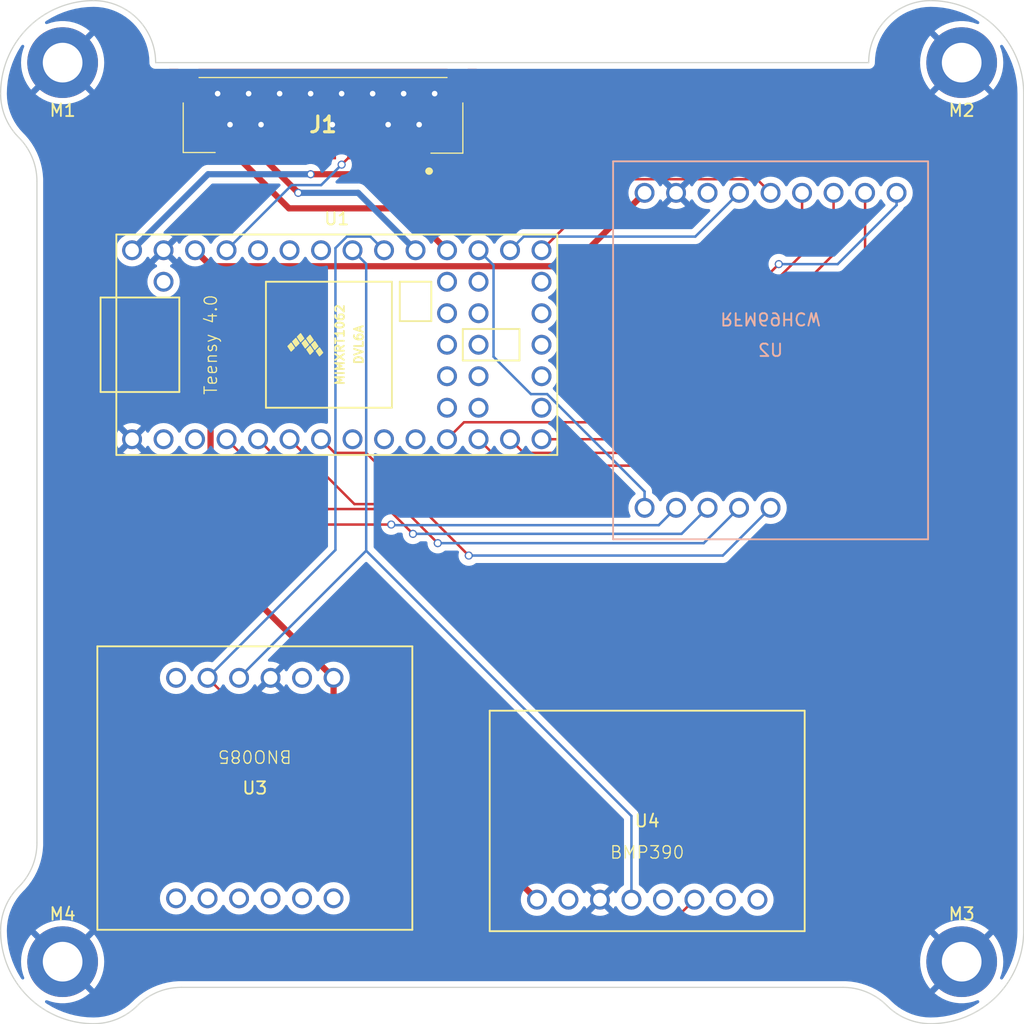
<source format=kicad_pcb>
(kicad_pcb (version 20221018) (generator pcbnew)
  (layers (0 "F.Cu" signal) (31 "B.Cu" signal) (34 "B.Paste" user) (35 "F.Paste" user) (36 "B.SilkS" user "B.Silkscreen") (37 "F.SilkS" user "F.Silkscreen") (38 "B.Mask" user) (39 "F.Mask" user) (44 "Edge.Cuts" user))
  (net 0 "")
  (net 1 "GND")
  (net 3 "+5V")
  (net 5 "CHARGER_INT")
  (net 8 "REMOTE_SDA")
  (net 9 "REMOTE_SCL")
  (net 13 "/GPIO_2")
  (net 14 "/GPIO_3")
  (net 15 "/GPIO_4")
  (net 16 "/GPIO_5")
  (net 19 "/RADIO_RESET")
  (net 20 "/CS")
  (net 21 "/MOSI")
  (net 22 "/MISO")
  (net 28 "/SCK")
  (net 29 "/GPIO_0")
  (net 30 "/GPIO_1")
  (net 31 "LOCAL_SDA")
  (net 32 "LOCAL_SCL")
  (net 36 "+3V3")
  (footprint "MountingHole:MountingHole_3.2mm_M3_ISO7380_Pad_TopBottom" (layer "F.Cu") (at 105 145)
    (fp_text reference "M4" (at 0 -3.85) (layer "F.SilkS"))
    (fp_text value "~")
    (pad "1" thru_hole circle (at 0 0) (size 3.6 3.6) (drill 3.2) (layers "*.Cu" "*.Mask") (net 1 "GND"))
    (pad "1" connect circle (at 0 0) (size 5.7 5.7) (layers "F.Cu" "F.Mask") (net 1 "GND"))
    (pad "1" connect circle (at 0 0) (size 5.7 5.7) (layers "B.Cu" "B.Mask") (net 1 "GND"))
  )
  (footprint "MountingHole:MountingHole_3.2mm_M3_ISO7380_Pad_TopBottom" (layer "F.Cu") (at 105 72.5 180)
    (fp_text reference "M1" (at 0 -3.85) (layer "F.SilkS"))
    (fp_text value "~")
    (pad "1" thru_hole circle (at 0 0 180) (size 3.6 3.6) (drill 3.2) (layers "*.Cu" "*.Mask") (net 1 "GND"))
    (pad "1" connect circle (at 0 0 180) (size 5.7 5.7) (layers "F.Cu" "F.Mask") (net 1 "GND"))
    (pad "1" connect circle (at 0 0 180) (size 5.7 5.7) (layers "B.Cu" "B.Mask") (net 1 "GND"))
  )
  (footprint "footprints:BMP390_Adafruit_Breakout" (layer "F.Cu") (at 152.14 133.65)
    (fp_text reference "U4" (at 0 0) (layer "F.SilkS"))
    (fp_text value "BMP390_Adafruit_Breakout")
    (fp_text user "BMP390" (at 0 2.54 unlocked) (layer "F.SilkS") (effects (font (thickness 0.1))))
    (fp_line (start -12.7 -8.89) (end 12.7 -8.89) (stroke (width 0.15)) (layer "F.SilkS"))
    (fp_line (start -12.7 8.89) (end -12.7 -8.89) (stroke (width 0.15)) (layer "F.SilkS"))
    (fp_line (start 12.7 -8.89) (end 12.7 8.89) (stroke (width 0.15)) (layer "F.SilkS"))
    (fp_line (start 12.7 8.89) (end -12.7 8.89) (stroke (width 0.15)) (layer "F.SilkS"))
    (pad "1" thru_hole circle (at -8.89 6.35) (size 1.6 1.6) (drill 1.1) (layers "*.Cu" "*.Mask") (net 36 "+3V3"))
    (pad "2" thru_hole circle (at -6.35 6.35) (size 1.6 1.6) (drill 1.1) (layers "*.Cu" "*.Mask"))
    (pad "3" thru_hole circle (at -3.81 6.35) (size 1.6 1.6) (drill 1.1) (layers "*.Cu" "*.Mask") (net 1 "GND"))
    (pad "4" thru_hole circle (at -1.27 6.35) (size 1.6 1.6) (drill 1.1) (layers "*.Cu" "*.Mask") (net 32 "LOCAL_SCL"))
    (pad "5" thru_hole circle (at 1.27 6.35) (size 1.6 1.6) (drill 1.1) (layers "*.Cu" "*.Mask"))
    (pad "6" thru_hole circle (at 3.81 6.35) (size 1.6 1.6) (drill 1.1) (layers "*.Cu" "*.Mask") (net 31 "LOCAL_SDA"))
    (pad "7" thru_hole circle (at 6.35 6.35) (size 1.6 1.6) (drill 1.1) (layers "*.Cu" "*.Mask"))
    (pad "8" thru_hole circle (at 8.89 6.35) (size 1.6 1.6) (drill 1.1) (layers "*.Cu" "*.Mask"))
  )
  (footprint "MountingHole:MountingHole_3.2mm_M3_ISO7380_Pad_TopBottom" (layer "F.Cu") (at 177.5 145)
    (fp_text reference "M3" (at 0 -3.85) (layer "F.SilkS"))
    (fp_text value "~")
    (pad "1" thru_hole circle (at 0 0) (size 3.6 3.6) (drill 3.2) (layers "*.Cu" "*.Mask") (net 1 "GND"))
    (pad "1" connect circle (at 0 0) (size 5.7 5.7) (layers "F.Cu" "F.Mask") (net 1 "GND"))
    (pad "1" connect circle (at 0 0) (size 5.7 5.7) (layers "B.Cu" "B.Mask") (net 1 "GND"))
  )
  (footprint "footprints:BNO085_Adafruit_Breakout" (layer "F.Cu") (at 120.5 131 180)
    (fp_text reference "U3" (at 0 0) (layer "F.SilkS"))
    (fp_text value "BNO085_Adafruit_Breakout_I2C")
    (fp_text user "BNO085" (at 0 2.54 180 unlocked) (layer "F.SilkS") (effects (font (thickness 0.1))))
    (fp_line (start -12.7 -11.43) (end 12.7 -11.43) (stroke (width 0.15)) (layer "F.SilkS"))
    (fp_line (start -12.7 11.43) (end -12.7 -11.43) (stroke (width 0.15)) (layer "F.SilkS"))
    (fp_line (start 12.7 -11.43) (end 12.7 11.43) (stroke (width 0.15)) (layer "F.SilkS"))
    (fp_line (start 12.7 11.43) (end -12.7 11.43) (stroke (width 0.15)) (layer "F.SilkS"))
    (pad "1" thru_hole circle (at -6.35 8.89 180) (size 1.6 1.6) (drill 1.1) (layers "*.Cu" "*.Mask") (net 36 "+3V3"))
    (pad "2" thru_hole circle (at -3.81 8.89 180) (size 1.6 1.6) (drill 1.1) (layers "*.Cu" "*.Mask"))
    (pad "3" thru_hole circle (at -1.27 8.89 180) (size 1.6 1.6) (drill 1.1) (layers "*.Cu" "*.Mask") (net 1 "GND"))
    (pad "4" thru_hole circle (at 1.27 8.89 180) (size 1.6 1.6) (drill 1.1) (layers "*.Cu" "*.Mask") (net 32 "LOCAL_SCL"))
    (pad "5" thru_hole circle (at 3.81 8.89 180) (size 1.6 1.6) (drill 1.1) (layers "*.Cu" "*.Mask") (net 31 "LOCAL_SDA"))
    (pad "6" thru_hole circle (at 6.35 8.89 180) (size 1.6 1.6) (drill 1.1) (layers "*.Cu" "*.Mask"))
    (pad "7" thru_hole circle (at 6.35 -8.89 180) (size 1.6 1.6) (drill 1.1) (layers "*.Cu" "*.Mask"))
    (pad "8" thru_hole circle (at 3.81 -8.89 180) (size 1.6 1.6) (drill 1.1) (layers "*.Cu" "*.Mask"))
    (pad "9" thru_hole circle (at 1.27 -8.89 180) (size 1.6 1.6) (drill 1.1) (layers "*.Cu" "*.Mask"))
    (pad "10" thru_hole circle (at -1.27 -8.89 180) (size 1.6 1.6) (drill 1.1) (layers "*.Cu" "*.Mask"))
    (pad "11" thru_hole circle (at -3.81 -8.89 180) (size 1.6 1.6) (drill 1.1) (layers "*.Cu" "*.Mask"))
    (pad "12" thru_hole circle (at -6.35 -8.89 180) (size 1.6 1.6) (drill 1.1) (layers "*.Cu" "*.Mask"))
  )
  (footprint "footprints:5040501291" (layer "F.Cu") (at 126 76.75)
    (fp_text reference "J1" (at 0 0.75) (layer "F.SilkS") (effects (font (size 1.27 1.27) (thickness 0.254))))
    (fp_text value "Molex_504050-1291" hide)
    (fp_line (start -11.275 -1) (end -11.275 3) (stroke (width 0.1)) (layer "F.SilkS"))
    (fp_line (start -11.275 3) (end -8.7 3) (stroke (width 0.1)) (layer "F.SilkS"))
    (fp_line (start -10 -3.05) (end 10 -3.05) (stroke (width 0.1)) (layer "F.SilkS"))
    (fp_line (start 8.5 4.5) (end 8.5 4.5) (stroke (width 0.5)) (layer "F.SilkS"))
    (fp_line (start 8.6 4.5) (end 8.6 4.5) (stroke (width 0.5)) (layer "F.SilkS"))
    (fp_line (start 11.275 -1) (end 11.275 3.05) (stroke (width 0.1)) (layer "F.SilkS"))
    (fp_line (start 11.275 3.05) (end 8.7 3.05) (stroke (width 0.1)) (layer "F.SilkS"))
    (fp_arc (start 8.5 4.5) (mid 8.55 4.45) (end 8.6 4.5) (stroke (width 0.5)) (layer "F.SilkS"))
    (fp_arc (start 8.6 4.5) (mid 8.55 4.55) (end 8.5 4.5) (stroke (width 0.5)) (layer "F.SilkS"))
    (pad "1" smd rect (at 8.25 3.05) (size 0.6 1) (layers "F.Cu" "F.Paste" "F.Mask") (net 1 "GND"))
    (pad "2" smd rect (at 6.75 3.05) (size 0.6 1) (layers "F.Cu" "F.Paste" "F.Mask"))
    (pad "3" smd rect (at 5.25 3.05) (size 0.6 1) (layers "F.Cu" "F.Paste" "F.Mask") (net 3 "+5V"))
    (pad "4" smd rect (at 3.75 3.05) (size 0.6 1) (layers "F.Cu" "F.Paste" "F.Mask"))
    (pad "5" smd rect (at 2.25 3.05) (size 0.6 1) (layers "F.Cu" "F.Paste" "F.Mask") (net 5 "CHARGER_INT"))
    (pad "6" smd rect (at 0.75 3.05) (size 0.6 1) (layers "F.Cu" "F.Paste" "F.Mask") (net 1 "GND"))
    (pad "7" smd rect (at -0.75 3.05) (size 0.6 1) (layers "F.Cu" "F.Paste" "F.Mask"))
    (pad "8" smd rect (at -2.25 3.05) (size 0.6 1) (layers "F.Cu" "F.Paste" "F.Mask"))
    (pad "9" smd rect (at -3.75 3.05) (size 0.6 1) (layers "F.Cu" "F.Paste" "F.Mask") (net 1 "GND"))
    (pad "10" smd rect (at -5.25 3.05) (size 0.6 1) (layers "F.Cu" "F.Paste" "F.Mask") (net 8 "REMOTE_SDA"))
    (pad "11" smd rect (at -6.75 3.05) (size 0.6 1) (layers "F.Cu" "F.Paste" "F.Mask") (net 9 "REMOTE_SCL"))
    (pad "12" smd rect (at -8.25 3.05) (size 0.6 1) (layers "F.Cu" "F.Paste" "F.Mask"))
    (pad "MP1" smd rect (at -10.855 -2.14) (size 1.25 1.8) (layers "F.Cu" "F.Paste" "F.Mask") (net 1 "GND"))
    (pad "MP2" smd rect (at 10.855 -2.14) (size 1.25 1.8) (layers "F.Cu" "F.Paste" "F.Mask") (net 1 "GND"))
  )
  (footprint "footprints:Teensy40" (layer "F.Cu") (at 127.11 95.25)
    (fp_text reference "U1" (at 0 -10.16) (layer "F.SilkS"))
    (fp_text value "Teensy4.0")
    (fp_text user "Teensy 4.0" (at -10.16 0 90 unlocked) (layer "F.SilkS") (effects (font (thickness 0.1))))
    (fp_text user "DVL6A" (at 1.778 0 90) (layer "F.SilkS") (effects (font (size 0.7 0.7))))
    (fp_text user "MIMXRT1062" (at 0.254 0 90) (layer "F.SilkS") (effects (font (size 0.7 0.7))))
    (fp_line (start -19.05 -3.81) (end -17.78 -3.81) (stroke (width 0.15)) (layer "F.SilkS"))
    (fp_line (start -19.05 3.81) (end -19.05 -3.81) (stroke (width 0.15)) (layer "F.SilkS"))
    (fp_line (start -17.78 -8.89) (end 17.78 -8.89) (stroke (width 0.15)) (layer "F.SilkS"))
    (fp_line (start -17.78 3.81) (end -19.05 3.81) (stroke (width 0.15)) (layer "F.SilkS"))
    (fp_line (start -17.78 8.89) (end -17.78 -8.89) (stroke (width 0.15)) (layer "F.SilkS"))
    (fp_line (start -12.7 -3.81) (end -17.78 -3.81) (stroke (width 0.15)) (layer "F.SilkS"))
    (fp_line (start -12.7 3.81) (end -17.78 3.81) (stroke (width 0.15)) (layer "F.SilkS"))
    (fp_line (start -12.7 3.81) (end -12.7 -3.81) (stroke (width 0.15)) (layer "F.SilkS"))
    (fp_line (start -5.715 -5.08) (end -5.715 5.08) (stroke (width 0.15)) (layer "F.SilkS"))
    (fp_line (start 4.445 -5.08) (end -5.715 -5.08) (stroke (width 0.15)) (layer "F.SilkS"))
    (fp_line (start 4.445 5.08) (end -5.715 5.08) (stroke (width 0.15)) (layer "F.SilkS"))
    (fp_line (start 4.445 5.08) (end 4.445 -5.08) (stroke (width 0.15)) (layer "F.SilkS"))
    (fp_line (start 5.08 -5.08) (end 7.62 -5.08) (stroke (width 0.15)) (layer "F.SilkS"))
    (fp_line (start 5.08 -1.905) (end 5.08 -5.08) (stroke (width 0.15)) (layer "F.SilkS"))
    (fp_line (start 7.62 -5.08) (end 7.62 -1.905) (stroke (width 0.15)) (layer "F.SilkS"))
    (fp_line (start 7.62 -1.905) (end 5.08 -1.905) (stroke (width 0.15)) (layer "F.SilkS"))
    (fp_line (start 10.16 -1.27) (end 14.732 -1.27) (stroke (width 0.15)) (layer "F.SilkS"))
    (fp_line (start 10.16 1.27) (end 10.16 -1.27) (stroke (width 0.15)) (layer "F.SilkS"))
    (fp_line (start 14.732 -1.27) (end 14.732 1.27) (stroke (width 0.15)) (layer "F.SilkS"))
    (fp_line (start 14.732 1.27) (end 10.16 1.27) (stroke (width 0.15)) (layer "F.SilkS"))
    (fp_line (start 17.78 -8.89) (end 17.78 8.89) (stroke (width 0.15)) (layer "F.SilkS"))
    (fp_line (start 17.78 8.89) (end -17.78 8.89) (stroke (width 0.15)) (layer "F.SilkS"))
    (fp_poly (pts (xy -3.937 0.127) (xy -3.683 -0.127) (xy -3.429 0.254) (xy -3.683 0.508)) (stroke (width 0.1)) (fill solid) (layer "F.SilkS"))
    (fp_poly (pts (xy -3.556 -0.254) (xy -3.302 -0.508) (xy -3.048 -0.127) (xy -3.302 0.127)) (stroke (width 0.1)) (fill solid) (layer "F.SilkS"))
    (fp_poly (pts (xy -3.175 -0.635) (xy -2.921 -0.889) (xy -2.667 -0.508) (xy -2.921 -0.254)) (stroke (width 0.1)) (fill solid) (layer "F.SilkS"))
    (fp_poly (pts (xy -2.794 -0.127) (xy -2.54 -0.381) (xy -2.286 0) (xy -2.54 0.254)) (stroke (width 0.1)) (fill solid) (layer "F.SilkS"))
    (fp_poly (pts (xy -2.413 -0.508) (xy -2.159 -0.762) (xy -1.905 -0.381) (xy -2.159 -0.127)) (stroke (width 0.1)) (fill solid) (layer "F.SilkS"))
    (fp_poly (pts (xy -2.413 0.381) (xy -2.159 0.127) (xy -1.905 0.508) (xy -2.159 0.762)) (stroke (width 0.1)) (fill solid) (layer "F.SilkS"))
    (fp_poly (pts (xy -2.032 0) (xy -1.778 -0.254) (xy -1.524 0.127) (xy -1.778 0.381)) (stroke (width 0.1)) (fill solid) (layer "F.SilkS"))
    (fp_poly (pts (xy -1.651 0.508) (xy -1.397 0.254) (xy -1.143 0.635) (xy -1.397 0.889)) (stroke (width 0.1)) (fill solid) (layer "F.SilkS"))
    (pad "1" thru_hole circle (at -16.51 7.62) (size 1.6 1.6) (drill 1.1) (layers "*.Cu" "*.Mask") (net 1 "GND"))
    (pad "2" thru_hole circle (at -13.97 7.62) (size 1.6 1.6) (drill 1.1) (layers "*.Cu" "*.Mask"))
    (pad "3" thru_hole circle (at -11.43 7.62) (size 1.6 1.6) (drill 1.1) (layers "*.Cu" "*.Mask"))
    (pad "4" thru_hole circle (at -8.89 7.62) (size 1.6 1.6) (drill 1.1) (layers "*.Cu" "*.Mask") (net 13 "/GPIO_2"))
    (pad "5" thru_hole circle (at -6.35 7.62) (size 1.6 1.6) (drill 1.1) (layers "*.Cu" "*.Mask") (net 14 "/GPIO_3"))
    (pad "6" thru_hole circle (at -3.81 7.62) (size 1.6 1.6) (drill 1.1) (layers "*.Cu" "*.Mask") (net 15 "/GPIO_4"))
    (pad "7" thru_hole circle (at -1.27 7.62) (size 1.6 1.6) (drill 1.1) (layers "*.Cu" "*.Mask") (net 16 "/GPIO_5"))
    (pad "8" thru_hole circle (at 1.27 7.62) (size 1.6 1.6) (drill 1.1) (layers "*.Cu" "*.Mask"))
    (pad "9" thru_hole circle (at 3.81 7.62) (size 1.6 1.6) (drill 1.1) (layers "*.Cu" "*.Mask"))
    (pad "10" thru_hole circle (at 6.35 7.62) (size 1.6 1.6) (drill 1.1) (layers "*.Cu" "*.Mask"))
    (pad "11" thru_hole circle (at 8.89 7.62) (size 1.6 1.6) (drill 1.1) (layers "*.Cu" "*.Mask") (net 19 "/RADIO_RESET"))
    (pad "12" thru_hole circle (at 11.43 7.62) (size 1.6 1.6) (drill 1.1) (layers "*.Cu" "*.Mask") (net 20 "/CS"))
    (pad "13" thru_hole circle (at 13.97 7.62) (size 1.6 1.6) (drill 1.1) (layers "*.Cu" "*.Mask") (net 21 "/MOSI"))
    (pad "14" thru_hole circle (at 16.51 7.62) (size 1.6 1.6) (drill 1.1) (layers "*.Cu" "*.Mask") (net 22 "/MISO"))
    (pad "15" thru_hole circle (at 16.51 5.08) (size 1.6 1.6) (drill 1.1) (layers "*.Cu" "*.Mask"))
    (pad "16" thru_hole circle (at 16.51 2.54) (size 1.6 1.6) (drill 1.1) (layers "*.Cu" "*.Mask"))
    (pad "17" thru_hole circle (at 16.51 0) (size 1.6 1.6) (drill 1.1) (layers "*.Cu" "*.Mask"))
    (pad "18" thru_hole circle (at 16.51 -2.54) (size 1.6 1.6) (drill 1.1) (layers "*.Cu" "*.Mask"))
    (pad "19" thru_hole circle (at 16.51 -5.08) (size 1.6 1.6) (drill 1.1) (layers "*.Cu" "*.Mask"))
    (pad "20" thru_hole circle (at 16.51 -7.62) (size 1.6 1.6) (drill 1.1) (layers "*.Cu" "*.Mask") (net 28 "/SCK"))
    (pad "21" thru_hole circle (at 13.97 -7.62) (size 1.6 1.6) (drill 1.1) (layers "*.Cu" "*.Mask") (net 29 "/GPIO_0"))
    (pad "22" thru_hole circle (at 11.43 -7.62) (size 1.6 1.6) (drill 1.1) (layers "*.Cu" "*.Mask") (net 30 "/GPIO_1"))
    (pad "23" thru_hole circle (at 8.89 -7.62) (size 1.6 1.6) (drill 1.1) (layers "*.Cu" "*.Mask") (net 9 "REMOTE_SCL"))
    (pad "24" thru_hole circle (at 6.35 -7.62) (size 1.6 1.6) (drill 1.1) (layers "*.Cu" "*.Mask") (net 8 "REMOTE_SDA"))
    (pad "25" thru_hole circle (at 3.81 -7.62) (size 1.6 1.6) (drill 1.1) (layers "*.Cu" "*.Mask") (net 31 "LOCAL_SDA"))
    (pad "26" thru_hole circle (at 1.27 -7.62) (size 1.6 1.6) (drill 1.1) (layers "*.Cu" "*.Mask") (net 32 "LOCAL_SCL"))
    (pad "27" thru_hole circle (at -1.27 -7.62) (size 1.6 1.6) (drill 1.1) (layers "*.Cu" "*.Mask"))
    (pad "28" thru_hole circle (at -3.81 -7.62) (size 1.6 1.6) (drill 1.1) (layers "*.Cu" "*.Mask"))
    (pad "29" thru_hole circle (at -6.35 -7.62) (size 1.6 1.6) (drill 1.1) (layers "*.Cu" "*.Mask"))
    (pad "30" thru_hole circle (at -8.89 -7.62) (size 1.6 1.6) (drill 1.1) (layers "*.Cu" "*.Mask") (net 5 "CHARGER_INT"))
    (pad "31" thru_hole circle (at -11.43 -7.62) (size 1.6 1.6) (drill 1.1) (layers "*.Cu" "*.Mask") (net 36 "+3V3"))
    (pad "32" thru_hole circle (at -13.97 -7.62) (size 1.6 1.6) (drill 1.1) (layers "*.Cu" "*.Mask") (net 1 "GND"))
    (pad "33" thru_hole circle (at -16.51 -7.62) (size 1.6 1.6) (drill 1.1) (layers "*.Cu" "*.Mask") (net 3 "+5V"))
    (pad "34" thru_hole circle (at -13.97 -5.08) (size 1.6 1.6) (drill 1.1) (layers "*.Cu" "*.Mask"))
    (pad "35" thru_hole circle (at 11.43 -5.08) (size 1.6 1.6) (drill 1.1) (layers "*.Cu" "*.Mask"))
    (pad "36" thru_hole circle (at 8.89 -5.08) (size 1.6 1.6) (drill 1.1) (layers "*.Cu" "*.Mask"))
    (pad "37" thru_hole circle (at 11.43 -2.54) (size 1.6 1.6) (drill 1.1) (layers "*.Cu" "*.Mask"))
    (pad "38" thru_hole circle (at 8.89 -2.54) (size 1.6 1.6) (drill 1.1) (layers "*.Cu" "*.Mask"))
    (pad "39" thru_hole circle (at 11.43 0) (size 1.6 1.6) (drill 1.1) (layers "*.Cu" "*.Mask"))
    (pad "40" thru_hole circle (at 8.89 0) (size 1.6 1.6) (drill 1.1) (layers "*.Cu" "*.Mask"))
    (pad "41" thru_hole circle (at 11.43 2.54) (size 1.6 1.6) (drill 1.1) (layers "*.Cu" "*.Mask"))
    (pad "42" thru_hole circle (at 8.89 2.54) (size 1.6 1.6) (drill 1.1) (layers "*.Cu" "*.Mask"))
    (pad "43" thru_hole circle (at 11.43 5.08) (size 1.6 1.6) (drill 1.1) (layers "*.Cu" "*.Mask"))
    (pad "44" thru_hole circle (at 8.89 5.08) (size 1.6 1.6) (drill 1.1) (layers "*.Cu" "*.Mask"))
  )
  (footprint "MountingHole:MountingHole_3.2mm_M3_ISO7380_Pad_TopBottom" (layer "F.Cu") (at 177.5 72.5 180)
    (fp_text reference "M2" (at 0 -3.85) (layer "F.SilkS"))
    (fp_text value "~")
    (pad "1" thru_hole circle (at 0 0 180) (size 3.6 3.6) (drill 3.2) (layers "*.Cu" "*.Mask") (net 1 "GND"))
    (pad "1" connect circle (at 0 0 180) (size 5.7 5.7) (layers "F.Cu" "F.Mask") (net 1 "GND"))
    (pad "1" connect circle (at 0 0 180) (size 5.7 5.7) (layers "B.Cu" "B.Mask") (net 1 "GND"))
  )
  (footprint "footprints:RFM69HCW_Adafruit_Breakout" (layer "B.Cu") (at 162.09 95.7)
    (fp_text reference "U2" (at 0 0) (layer "B.SilkS") (effects (justify mirror)))
    (fp_text value "RFM69HCW")
    (fp_text user "RFM69HCW" (at 0 -2.54 180 unlocked) (layer "B.SilkS") (effects (justify mirror)))
    (fp_line (start -12.7 -15.24) (end -12.7 15.24) (stroke (width 0.15)) (layer "B.SilkS"))
    (fp_line (start -12.7 15.24) (end 12.7 15.24) (stroke (width 0.15)) (layer "B.SilkS"))
    (fp_line (start 12.7 -15.24) (end -12.7 -15.24) (stroke (width 0.15)) (layer "B.SilkS"))
    (fp_line (start 12.7 15.24) (end 12.7 -15.24) (stroke (width 0.15)) (layer "B.SilkS"))
    (pad "1" thru_hole circle (at -10.16 -12.7) (size 1.6 1.6) (drill 1.1) (layers "*.Cu" "*.Mask") (net 36 "+3V3"))
    (pad "2" thru_hole circle (at -7.62 -12.7) (size 1.6 1.6) (drill 1.1) (layers "*.Cu" "*.Mask") (net 1 "GND"))
    (pad "3" thru_hole circle (at -5.08 -12.7) (size 1.6 1.6) (drill 1.1) (layers "*.Cu" "*.Mask"))
    (pad "4" thru_hole circle (at -2.54 -12.7) (size 1.6 1.6) (drill 1.1) (layers "*.Cu" "*.Mask") (net 29 "/GPIO_0"))
    (pad "5" thru_hole circle (at 0 -12.7) (size 1.6 1.6) (drill 1.1) (layers "*.Cu" "*.Mask") (net 28 "/SCK"))
    (pad "6" thru_hole circle (at 2.54 -12.7) (size 1.6 1.6) (drill 1.1) (layers "*.Cu" "*.Mask") (net 22 "/MISO"))
    (pad "7" thru_hole circle (at 5.08 -12.7) (size 1.6 1.6) (drill 1.1) (layers "*.Cu" "*.Mask") (net 21 "/MOSI"))
    (pad "8" thru_hole circle (at 7.62 -12.7) (size 1.6 1.6) (drill 1.1) (layers "*.Cu" "*.Mask") (net 20 "/CS"))
    (pad "9" thru_hole circle (at 10.16 -12.7) (size 1.6 1.6) (drill 1.1) (layers "*.Cu" "*.Mask") (net 19 "/RADIO_RESET"))
    (pad "10" thru_hole circle (at 0 12.7) (size 1.6 1.6) (drill 1.1) (layers "*.Cu" "*.Mask") (net 16 "/GPIO_5"))
    (pad "11" thru_hole circle (at -2.54 12.7) (size 1.6 1.6) (drill 1.1) (layers "*.Cu" "*.Mask") (net 15 "/GPIO_4"))
    (pad "12" thru_hole circle (at -5.08 12.7) (size 1.6 1.6) (drill 1.1) (layers "*.Cu" "*.Mask") (net 14 "/GPIO_3"))
    (pad "13" thru_hole circle (at -7.62 12.7) (size 1.6 1.6) (drill 1.1) (layers "*.Cu" "*.Mask") (net 13 "/GPIO_2"))
    (pad "14" thru_hole circle (at -10.16 12.7) (size 1.6 1.6) (drill 1.1) (layers "*.Cu" "*.Mask") (net 30 "/GPIO_1"))
  )
  (gr_arc (start 100 74.999998) (mid 102.196699 69.696697) (end 107.5 67.499998) (stroke (width 0.1)) (layer "Edge.Cuts"))
  (gr_arc (start 175 149.999998) (mid 173.086583 149.619396) (end 171.464466 148.535532) (stroke (width 0.1)) (layer "Edge.Cuts"))
  (gr_arc (start 107.5 67.499998) (mid 111.035534 68.964464) (end 112.5 72.499998) (stroke (width 0.1)) (layer "Edge.Cuts"))
  (gr_line (start 112.5 72.499998) (end 170 72.499998) (stroke (width 0.1)) (layer "Edge.Cuts"))
  (gr_arc (start 167.928932 147.071066) (mid 169.842345 147.451677) (end 171.464466 148.535532) (stroke (width 0.1)) (layer "Edge.Cuts"))
  (gr_arc (start 101.464466 78.535532) (mid 102.548332 80.157648) (end 102.928932 82.071066) (stroke (width 0.1)) (layer "Edge.Cuts"))
  (gr_line (start 182.5 74.999998) (end 182.5 142.499998) (stroke (width 0.1)) (layer "Edge.Cuts"))
  (gr_arc (start 111.035534 148.535534) (mid 109.413417 149.619397) (end 107.5 150) (stroke (width 0.1)) (layer "Edge.Cuts"))
  (gr_arc (start 175.000002 67.499998) (mid 180.303302 69.696698) (end 182.5 74.999998) (stroke (width 0.1)) (layer "Edge.Cuts"))
  (gr_line (start 102.928932 135.428932) (end 102.928932 82.071066) (stroke (width 0.1)) (layer "Edge.Cuts"))
  (gr_arc (start 111.035534 148.535534) (mid 112.657649 147.451667) (end 114.571068 147.071068) (stroke (width 0.1)) (layer "Edge.Cuts"))
  (gr_line (start 167.928932 147.071066) (end 114.571068 147.071066) (stroke (width 0.1)) (layer "Edge.Cuts"))
  (gr_arc (start 170 72.5) (mid 171.464466 68.964464) (end 175.000002 67.499998) (stroke (width 0.1)) (layer "Edge.Cuts"))
  (gr_arc (start 101.464466 78.535532) (mid 100.380602 76.913415) (end 100 74.999998) (stroke (width 0.1)) (layer "Edge.Cuts"))
  (gr_arc (start 100 142.5) (mid 100.380602 140.586583) (end 101.464466 138.964466) (stroke (width 0.1)) (layer "Edge.Cuts"))
  (gr_arc (start 107.5 150) (mid 102.196699 147.803301) (end 100 142.5) (stroke (width 0.1)) (layer "Edge.Cuts"))
  (gr_arc (start 182.5 142.499998) (mid 180.303301 147.803299) (end 175 149.999998) (stroke (width 0.1)) (layer "Edge.Cuts"))
  (gr_arc (start 102.928932 135.428932) (mid 102.54832 137.342345) (end 101.464466 138.964466) (stroke (width 0.1)) (layer "Edge.Cuts"))
  (segment (start 133.75 77.5) (end 133.75 79.3) (width 0.5) (layer "F.Cu") (net 1))
  (segment (start 126.75 77.5) (end 126.75 79.8) (width 0.5) (layer "F.Cu") (net 1))
  (segment (start 133.75 79.3) (end 134.25 79.8) (width 0.5) (layer "F.Cu") (net 1))
  (segment (start 122.25 79.8) (end 122.25 78.75) (width 0.5) (layer "F.Cu") (net 1))
  (segment (start 122.25 78.75) (end 121 77.5) (width 0.5) (layer "F.Cu") (net 1))
  (via (at 135 75) (size 0.65) (drill 0.45) (layers "F.Cu" "B.Cu") (net 1))
  (via (at 126.75 77.5) (size 0.65) (drill 0.45) (layers "F.Cu" "B.Cu") (net 1))
  (via (at 118.5 77.5) (size 0.65) (drill 0.45) (layers "F.Cu" "B.Cu") (net 1))
  (via (at 132.5 75) (size 0.65) (drill 0.45) (layers "F.Cu" "B.Cu") (net 1))
  (via (at 131.25 77.5) (size 0.65) (drill 0.45) (layers "F.Cu" "B.Cu") (net 1))
  (via (at 122.5 75) (size 0.65) (drill 0.45) (layers "F.Cu" "B.Cu") (net 1))
  (via (at 117.5 75) (size 0.65) (drill 0.45) (layers "F.Cu" "B.Cu") (net 1))
  (via (at 130 75) (size 0.65) (drill 0.45) (layers "F.Cu" "B.Cu") (net 1))
  (via (at 127.5 75) (size 0.65) (drill 0.45) (layers "F.Cu" "B.Cu") (net 1))
  (via (at 125 75) (size 0.65) (drill 0.45) (layers "F.Cu" "B.Cu") (net 1))
  (via (at 121 77.5) (size 0.65) (drill 0.45) (layers "F.Cu" "B.Cu") (net 1))
  (via (at 120 75) (size 0.65) (drill 0.45) (layers "F.Cu" "B.Cu") (net 1))
  (via (at 133.75 77.5) (size 0.65) (drill 0.45) (layers "F.Cu" "B.Cu") (net 1))
  (segment (start 129.55 81.5) (end 125 81.5) (width 0.5) (layer "F.Cu") (net 3))
  (segment (start 131.25 79.8) (end 129.55 81.5) (width 0.5) (layer "F.Cu") (net 3))
  (via (at 125 81.5) (size 0.65) (drill 0.45) (layers "F.Cu" "B.Cu") (net 3))
  (segment (start 116.73 81.5) (end 110.6 87.63) (width 0.5) (layer "B.Cu") (net 3))
  (segment (start 125 81.5) (end 116.73 81.5) (width 0.5) (layer "B.Cu") (net 3))
  (segment (start 128.25 79.8) (end 128.25 79.975) (width 0.2) (layer "F.Cu") (net 5))
  (segment (start 128.25 79.975) (end 127.5 80.725) (width 0.2) (layer "F.Cu") (net 5))
  (via (at 127.5 80.725) (size 0.65) (drill 0.45) (layers "F.Cu" "B.Cu") (net 5))
  (segment (start 123.475 82.375) (end 118.22 87.63) (width 0.2) (layer "B.Cu") (net 5))
  (segment (start 127.5 80.725) (end 125.85 82.375) (width 0.2) (layer "B.Cu") (net 5))
  (segment (start 125.85 82.375) (end 123.475 82.375) (width 0.2) (layer "B.Cu") (net 5))
  (segment (start 120.75 79.8) (end 120.8 79.8) (width 0.5) (layer "F.Cu") (net 8))
  (segment (start 120.8 79.8) (end 124 83) (width 0.5) (layer "F.Cu") (net 8))
  (via (at 124 83) (size 0.65) (drill 0.45) (layers "F.Cu" "B.Cu") (net 8))
  (segment (start 124 83) (end 128.83 83) (width 0.5) (layer "B.Cu") (net 8))
  (segment (start 128.83 83) (end 133.46 87.63) (width 0.5) (layer "B.Cu") (net 8))
  (segment (start 119.25 79.8) (end 119.25 80.25) (width 0.5) (layer "F.Cu") (net 9))
  (segment (start 132.75 84.25) (end 132.75 84.38) (width 0.5) (layer "F.Cu") (net 9))
  (segment (start 119.25 80.25) (end 123.25 84.25) (width 0.5) (layer "F.Cu") (net 9))
  (segment (start 132.75 84.38) (end 136 87.63) (width 0.5) (layer "F.Cu") (net 9))
  (segment (start 123.25 84.25) (end 132.75 84.25) (width 0.5) (layer "F.Cu") (net 9))
  (segment (start 131.5 109.75) (end 125.1 109.75) (width 0.2) (layer "F.Cu") (net 13))
  (segment (start 125.1 109.75) (end 118.22 102.87) (width 0.2) (layer "F.Cu") (net 13))
  (via (at 131.5 109.75) (size 0.65) (drill 0.45) (layers "F.Cu" "B.Cu") (net 13))
  (segment (start 154.47 108.4) (end 153.07 109.8) (width 0.2) (layer "B.Cu") (net 13))
  (segment (start 131.55 109.8) (end 131.5 109.75) (width 0.2) (layer "B.Cu") (net 13))
  (segment (start 153.07 109.8) (end 131.55 109.8) (width 0.2) (layer "B.Cu") (net 13))
  (segment (start 120.76 102.87) (end 126.39 108.5) (width 0.2) (layer "F.Cu") (net 14))
  (segment (start 131.25 108.5) (end 133.25 110.5) (width 0.2) (layer "F.Cu") (net 14))
  (segment (start 126.39 108.5) (end 131.25 108.5) (width 0.2) (layer "F.Cu") (net 14))
  (via (at 133.25 110.5) (size 0.65) (drill 0.45) (layers "F.Cu" "B.Cu") (net 14))
  (segment (start 157.01 108.4) (end 154.91 110.5) (width 0.2) (layer "B.Cu") (net 14))
  (segment (start 154.91 110.5) (end 133.25 110.5) (width 0.2) (layer "B.Cu") (net 14))
  (segment (start 128.53 108.1) (end 123.3 102.87) (width 0.2) (layer "F.Cu") (net 15))
  (segment (start 135.25 111.25) (end 132.1 108.1) (width 0.2) (layer "F.Cu") (net 15))
  (segment (start 132.1 108.1) (end 128.53 108.1) (width 0.2) (layer "F.Cu") (net 15))
  (via (at 135.25 111.25) (size 0.65) (drill 0.45) (layers "F.Cu" "B.Cu") (net 15))
  (segment (start 156.7 111.25) (end 135.25 111.25) (width 0.2) (layer "B.Cu") (net 15))
  (segment (start 159.55 108.4) (end 156.7 111.25) (width 0.2) (layer "B.Cu") (net 15))
  (segment (start 129.47 103.97) (end 126.94 103.97) (width 0.2) (layer "F.Cu") (net 16))
  (segment (start 126.94 103.97) (end 125.84 102.87) (width 0.2) (layer "F.Cu") (net 16))
  (segment (start 137.75 112.25) (end 129.47 103.97) (width 0.2) (layer "F.Cu") (net 16))
  (via (at 137.75 112.25) (size 0.65) (drill 0.45) (layers "F.Cu" "B.Cu") (net 16))
  (segment (start 158.24 112.25) (end 137.75 112.25) (width 0.2) (layer "B.Cu") (net 16))
  (segment (start 162.09 108.4) (end 158.24 112.25) (width 0.2) (layer "B.Cu") (net 16))
  (segment (start 150 101.5) (end 137.37 101.5) (width 0.2) (layer "F.Cu") (net 19))
  (segment (start 137.37 101.5) (end 136 102.87) (width 0.2) (layer "F.Cu") (net 19))
  (segment (start 162.75 88.75) (end 150 101.5) (width 0.2) (layer "F.Cu") (net 19))
  (segment (start 162.75 88.855635) (end 162.75 88.75) (width 0.2) (layer "F.Cu") (net 19))
  (via (at 162.75 88.75) (size 0.65) (drill 0.45) (layers "F.Cu" "B.Cu") (net 19))
  (segment (start 162.75 88.75) (end 167.5 88.75) (width 0.2) (layer "B.Cu") (net 19))
  (segment (start 167.5 88.75) (end 172.25 84) (width 0.2) (layer "B.Cu") (net 19))
  (segment (start 172.25 84) (end 172.25 83) (width 0.2) (layer "B.Cu") (net 19))
  (segment (start 140.67 105) (end 138.54 102.87) (width 0.2) (layer "F.Cu") (net 20))
  (segment (start 152.67 105) (end 140.67 105) (width 0.2) (layer "F.Cu") (net 20))
  (segment (start 169.71 87.96) (end 152.67 105) (width 0.2) (layer "F.Cu") (net 20))
  (segment (start 169.71 83) (end 169.71 87.96) (width 0.2) (layer "F.Cu") (net 20))
  (segment (start 167.17 83) (end 167.17 87.96) (width 0.2) (layer "F.Cu") (net 21))
  (segment (start 167.17 87.96) (end 151.16 103.97) (width 0.2) (layer "F.Cu") (net 21))
  (segment (start 151.16 103.97) (end 142.18 103.97) (width 0.2) (layer "F.Cu") (net 21))
  (segment (start 142.18 103.97) (end 141.08 102.87) (width 0.2) (layer "F.Cu") (net 21))
  (segment (start 149.72 102.87) (end 143.62 102.87) (width 0.2) (layer "F.Cu") (net 22))
  (segment (start 164.63 87.96) (end 149.72 102.87) (width 0.2) (layer "F.Cu") (net 22))
  (segment (start 164.63 83) (end 164.63 87.96) (width 0.2) (layer "F.Cu") (net 22))
  (segment (start 160.99 81.9) (end 149.35 81.9) (width 0.2) (layer "F.Cu") (net 28))
  (segment (start 149.35 81.9) (end 143.62 87.63) (width 0.2) (layer "F.Cu") (net 28))
  (segment (start 162.09 83) (end 160.99 81.9) (width 0.2) (layer "F.Cu") (net 28))
  (segment (start 142.18 86.53) (end 141.08 87.63) (width 0.2) (layer "B.Cu") (net 29))
  (segment (start 156.02 86.53) (end 142.18 86.53) (width 0.2) (layer "B.Cu") (net 29))
  (segment (start 159.55 83) (end 156.02 86.53) (width 0.2) (layer "B.Cu") (net 29))
  (segment (start 139.75 96.22) (end 139.75 88.84) (width 0.2) (layer "B.Cu") (net 30))
  (segment (start 151.93 107.084365) (end 144.075635 99.23) (width 0.2) (layer "B.Cu") (net 30))
  (segment (start 144.075635 99.23) (end 142.76 99.23) (width 0.2) (layer "B.Cu") (net 30))
  (segment (start 151.93 108.4) (end 151.93 107.084365) (width 0.2) (layer "B.Cu") (net 30))
  (segment (start 139.75 88.84) (end 138.54 87.63) (width 0.2) (layer "B.Cu") (net 30))
  (segment (start 142.76 99.23) (end 139.75 96.22) (width 0.2) (layer "B.Cu") (net 30))
  (segment (start 154.2 141.75) (end 136.33 141.75) (width 0.2) (layer "F.Cu") (net 31))
  (segment (start 155.95 140) (end 154.2 141.75) (width 0.2) (layer "F.Cu") (net 31))
  (segment (start 136.33 141.75) (end 116.69 122.11) (width 0.2) (layer "F.Cu") (net 31))
  (segment (start 127 111.8) (end 116.69 122.11) (width 0.2) (layer "B.Cu") (net 31))
  (segment (start 129.82 86.53) (end 127.924365 86.53) (width 0.2) (layer "B.Cu") (net 31))
  (segment (start 130.92 87.63) (end 129.82 86.53) (width 0.2) (layer "B.Cu") (net 31))
  (segment (start 127.924365 86.53) (end 127 87.454365) (width 0.2) (layer "B.Cu") (net 31))
  (segment (start 127 87.454365) (end 127 111.8) (width 0.2) (layer "B.Cu") (net 31))
  (segment (start 150.87 140) (end 150.87 133.25) (width 0.2) (layer "B.Cu") (net 32))
  (segment (start 128.38 87.63) (end 129.48 88.73) (width 0.2) (layer "B.Cu") (net 32))
  (segment (start 129.48 111.86) (end 119.23 122.11) (width 0.2) (layer "B.Cu") (net 32))
  (segment (start 129.48 88.73) (end 129.48 111.86) (width 0.2) (layer "B.Cu") (net 32))
  (segment (start 150.87 133.25) (end 129.48 111.86) (width 0.2) (layer "B.Cu") (net 32))
  (segment (start 116.93 112.19) (end 126.85 122.11) (width 0.5) (layer "F.Cu") (net 36))
  (segment (start 126.85 123.6) (end 143.25 140) (width 0.5) (layer "F.Cu") (net 36))
  (segment (start 116.97 88.92) (end 146.01 88.92) (width 0.5) (layer "F.Cu") (net 36))
  (segment (start 115.68 87.63) (end 116.93 88.88) (width 0.5) (layer "F.Cu") (net 36))
  (segment (start 116.93 88.88) (end 116.93 112.19) (width 0.5) (layer "F.Cu") (net 36))
  (segment (start 115.68 87.63) (end 116.97 88.92) (width 0.5) (layer "F.Cu") (net 36))
  (segment (start 146.01 88.92) (end 151.93 83) (width 0.5) (layer "F.Cu") (net 36))
  (segment (start 126.85 122.11) (end 126.85 123.6) (width 0.5) (layer "F.Cu") (net 36))
  (zone (net 1) (net_name "GND") (layer "F.Cu") (priority 1) (connect_pads (clearance 0.5)) (min_thickness 0.25) (fill yes (thermal_gap 0.5) (thermal_bridge_width 0.5))
    (polygon (pts (xy 113.5 72.75) (xy 138.5 72.75) (xy 138.5 78.75) (xy 113.5 78.75)))
  )
  (zone (net 1) (net_name "GND") (layer "B.Cu") (connect_pads (clearance 0.5)) (min_thickness 0.25) (fill yes (thermal_gap 0.5) (thermal_bridge_width 0.5))
    (polygon (pts (xy 100 150) (xy 100 67.5) (xy 182.5 67.5) (xy 182.5 150)))
  )
)
</source>
